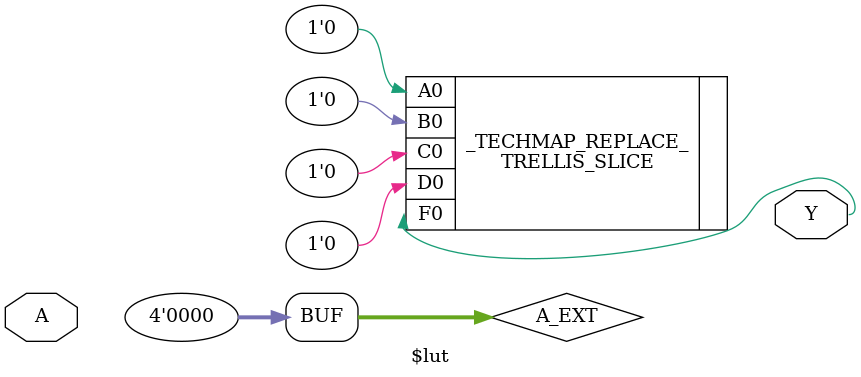
<source format=v>
module  \$_DFF_P_ (input D, C, output Q);
    (* is_ff *) TRELLIS_SLICE #(
        .GSR("DISABLED"),
        .CEMUX("1"),
        .CLKMUX("CLK"),
        .LSRMUX("LSR"),
        .REG0_REGSET("RESET"),
        .REG0_SD("0"),
    )  _TECHMAP_REPLACE_ (
        .CLK(C),
        .LSR(1'b0),
        .M0(D),
        .Q0(Q)
    );
endmodule

module \$lut (A, Y);
    parameter WIDTH = 0;
    parameter LUT = 0;

    (* force_downto *)
    input [WIDTH-1:0] A;
    output Y;

    wire [3:0] A_EXT = A;

    TRELLIS_SLICE #(
        .LUT0_INITVAL(LUT)
    ) _TECHMAP_REPLACE_ (
        .A0(A_EXT[0]),
        .B0(A_EXT[1]),
        .C0(A_EXT[2]),
        .D0(A_EXT[3]),
        .F0(Y)
    );
endmodule

</source>
